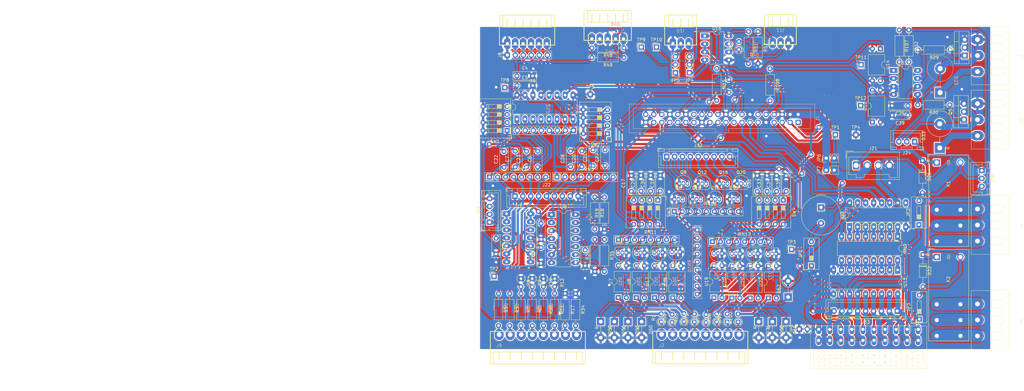
<source format=kicad_pcb>
(kicad_pcb
	(version 20240108)
	(generator "pcbnew")
	(generator_version "8.0")
	(general
		(thickness 1.6)
		(legacy_teardrops no)
	)
	(paper "A4")
	(layers
		(0 "F.Cu" signal)
		(1 "In1.Cu" signal)
		(2 "In2.Cu" signal)
		(31 "B.Cu" signal)
		(32 "B.Adhes" user "B.Adhesive")
		(33 "F.Adhes" user "F.Adhesive")
		(34 "B.Paste" user)
		(35 "F.Paste" user)
		(36 "B.SilkS" user "B.Silkscreen")
		(37 "F.SilkS" user "F.Silkscreen")
		(38 "B.Mask" user)
		(39 "F.Mask" user)
		(40 "Dwgs.User" user "User.Drawings")
		(41 "Cmts.User" user "User.Comments")
		(42 "Eco1.User" user "User.Eco1")
		(43 "Eco2.User" user "User.Eco2")
		(44 "Edge.Cuts" user)
		(45 "Margin" user)
		(46 "B.CrtYd" user "B.Courtyard")
		(47 "F.CrtYd" user "F.Courtyard")
		(48 "B.Fab" user)
		(49 "F.Fab" user)
		(50 "User.1" user)
		(51 "User.2" user)
		(52 "User.3" user)
		(53 "User.4" user)
		(54 "User.5" user)
		(55 "User.6" user)
		(56 "User.7" user)
		(57 "User.8" user)
		(58 "User.9" user)
	)
	(setup
		(stackup
			(layer "F.SilkS"
				(type "Top Silk Screen")
			)
			(layer "F.Paste"
				(type "Top Solder Paste")
			)
			(layer "F.Mask"
				(type "Top Solder Mask")
				(thickness 0.01)
			)
			(layer "F.Cu"
				(type "copper")
				(thickness 0.035)
			)
			(layer "dielectric 1"
				(type "prepreg")
				(thickness 0.1)
				(material "FR4")
				(epsilon_r 4.5)
				(loss_tangent 0.02)
			)
			(layer "In1.Cu"
				(type "copper")
				(thickness 0.035)
			)
			(layer "dielectric 2"
				(type "core")
				(thickness 1.24)
				(material "FR4")
				(epsilon_r 4.5)
				(loss_tangent 0.02)
			)
			(layer "In2.Cu"
				(type "copper")
				(thickness 0.035)
			)
			(layer "dielectric 3"
				(type "prepreg")
				(thickness 0.1)
				(material "FR4")
				(epsilon_r 4.5)
				(loss_tangent 0.02)
			)
			(layer "B.Cu"
				(type "copper")
				(thickness 0.035)
			)
			(layer "B.Mask"
				(type "Bottom Solder Mask")
				(thickness 0.01)
			)
			(layer "B.Paste"
				(type "Bottom Solder Paste")
			)
			(layer "B.SilkS"
				(type "Bottom Silk Screen")
				(color "Red")
			)
			(copper_finish "None")
			(dielectric_constraints no)
		)
		(pad_to_mask_clearance 0)
		(allow_soldermask_bridges_in_footprints no)
		(pcbplotparams
			(layerselection 0x00010fc_ffffffff)
			(plot_on_all_layers_selection 0x0000000_00000000)
			(disableapertmacros no)
			(usegerberextensions no)
			(usegerberattributes yes)
			(usegerberadvancedattributes yes)
			(creategerberjobfile yes)
			(dashed_line_dash_ratio 12.000000)
			(dashed_line_gap_ratio 3.000000)
			(svgprecision 4)
			(plotframeref no)
			(viasonmask no)
			(mode 1)
			(useauxorigin no)
			(hpglpennumber 1)
			(hpglpenspeed 20)
			(hpglpendiameter 15.000000)
			(pdf_front_fp_property_popups yes)
			(pdf_back_fp_property_popups yes)
			(dxfpolygonmode yes)
			(dxfimperialunits yes)
			(dxfusepcbnewfont yes)
			(psnegative no)
			(psa4output no)
			(plotreference yes)
			(plotvalue yes)
			(plotfptext yes)
			(plotinvisibletext no)
			(sketchpadsonfab no)
			(subtractmaskfromsilk no)
			(outputformat 1)
			(mirror no)
			(drillshape 1)
			(scaleselection 1)
			(outputdirectory "")
		)
	)
	(net 0 "")
	(net 1 "+5V")
	(net 2 "/Buzzer")
	(net 3 "GND")
	(net 4 "+3V3")
	(net 5 "/ADC_CH3")
	(net 6 "/ADC_CH1")
	(net 7 "+12V")
	(net 8 "/Dig-IN_1")
	(net 9 "-5V")
	(net 10 "/ADC_CH5")
	(net 11 "/ADC_CH6")
	(net 12 "/ADC_CH0")
	(net 13 "/ADC_CH2")
	(net 14 "/ADC_CH7")
	(net 15 "/ADC_CH4")
	(net 16 "/Dig-IN_2")
	(net 17 "/Dig-IN_3")
	(net 18 "/Dig-IN_4")
	(net 19 "/Dig-IN_5")
	(net 20 "/Dig-IN_6")
	(net 21 "/Dig-IN_7")
	(net 22 "/Dig-IN_8")
	(net 23 "OUT_Digital_1_open-drain")
	(net 24 "Net-(U3C-+)")
	(net 25 "Net-(U3D-+)")
	(net 26 "IN_Analog_6 (0-20mA)")
	(net 27 "IN_Analog_7 (0-20mA)")
	(net 28 "Net-(U9B-+)")
	(net 29 "/OUT_PWM_1_diode")
	(net 30 "/OUT_PWM_2_diode")
	(net 31 "Net-(U9A-+)")
	(net 32 "OUT_Digital_2_open-drain")
	(net 33 "OUT_Digital_3_open-drain")
	(net 34 "OUT_Digital_4_open-drain")
	(net 35 "OUT_Digital_5_open-drain")
	(net 36 "Net-(U3A-+)")
	(net 37 "I2C_SDA")
	(net 38 "RS485_B")
	(net 39 "RS485_A")
	(net 40 "Net-(D50-A1)")
	(net 41 "Net-(D51-A)")
	(net 42 "Net-(D53-A1)")
	(net 43 "Net-(D54-A)")
	(net 44 "Net-(D56-A1)")
	(net 45 "Net-(D57-A)")
	(net 46 "Net-(D59-A1)")
	(net 47 "Net-(D60-A)")
	(net 48 "Net-(D62-A1)")
	(net 49 "Net-(D63-A)")
	(net 50 "Net-(D65-A1)")
	(net 51 "Net-(D66-A)")
	(net 52 "Net-(D68-A1)")
	(net 53 "Net-(D69-A)")
	(net 54 "Net-(D71-A1)")
	(net 55 "Net-(D72-A)")
	(net 56 "unconnected-(J1-ID_SD{slash}GPIO0-Pad27)")
	(net 57 "/SPI_CE0_ADC")
	(net 58 "Net-(J1-3V3-Pad1)")
	(net 59 "/SPI0_miso_ADC")
	(net 60 "/UART_DIR-T")
	(net 61 "/SPI0_mosi_ADC")
	(net 62 "/SPI0_sclk_ADC")
	(net 63 "/UART_TX")
	(net 64 "/SPI1_miso_FREE")
	(net 65 "/SR-OUT_latch")
	(net 66 "/SPI1_mosi_FREE")
	(net 67 "/SR-OUT_clock")
	(net 68 "/SR-OUT_data")
	(net 69 "unconnected-(J1-ID_SC{slash}GPIO1-Pad28)")
	(net 70 "/SPI1_CE_FREE")
	(net 71 "/UART_RX")
	(net 72 "/OUT_PWM_2")
	(net 73 "/SPI1_sclk_FREE")
	(net 74 "/OUT_PWM_1")
	(net 75 "IN_Digital_8")
	(net 76 "IN_Digital_5")
	(net 77 "IN_Digital_2")
	(net 78 "IN_Digital_3")
	(net 79 "IN_Digital_4")
	(net 80 "IN_Digital_6")
	(net 81 "IN_Digital_7")
	(net 82 "IN_Digital_1")
	(net 83 "OUT_Digital_8")
	(net 84 "OUT_Digital_7_open-drain")
	(net 85 "OUT_Digital_2")
	(net 86 "OUT_Digital_4")
	(net 87 "OUT_Digital_5")
	(net 88 "OUT_Digital_6")
	(net 89 "OUT_Digital_3")
	(net 90 "OUT_Digital_7")
	(net 91 "OUT_Digital_8_open-drain")
	(net 92 "OUT_Digital_1")
	(net 93 "OUT_Digital_6_open-drain")
	(net 94 "Net-(J4-Pin_1)")
	(net 95 "Net-(J4-Pin_2)")
	(net 96 "Net-(J4-Pin_3)")
	(net 97 "OUT_Digital_COM_open-drain")
	(net 98 "Net-(J6-Pin_1)")
	(net 99 "Net-(J6-Pin_3)")
	(net 100 "Net-(J6-Pin_2)")
	(net 101 "IN_Analog_1 (0-3.3V)")
	(net 102 "IN_Analog_5 (0-24V)")
	(net 103 "IN_Analog_4 (0-12V)")
	(net 104 "IN_Analog_2 (0-5V)")
	(net 105 "IN_Analog_0 (0-3.3V)")
	(net 106 "IN_Analog_3 (0-5V)")
	(net 107 "Net-(Q1-G)")
	(net 108 "Net-(Q2-G)")
	(net 109 "Net-(Q2-D)")
	(net 110 "Net-(Q5-G)")
	(net 111 "Net-(C17-Pad1)")
	(net 112 "Net-(Q7-G)")
	(net 113 "Net-(Q7-D)")
	(net 114 "Net-(C29-Pad1)")
	(net 115 "Net-(Q9-G)")
	(net 116 "Net-(C30-Pad1)")
	(net 117 "Net-(Q10-G)")
	(net 118 "Net-(Q11-D)")
	(net 119 "Net-(Q11-G)")
	(net 120 "Net-(C31-Pad1)")
	(net 121 "Net-(Q13-G)")
	(net 122 "Net-(Q13-D)")
	(net 123 "Net-(C32-Pad1)")
	(net 124 "Net-(Q15-D)")
	(net 125 "Net-(Q15-G)")
	(net 126 "Net-(C33-Pad1)")
	(net 127 "Net-(Q17-G)")
	(net 128 "Net-(Q17-D)")
	(net 129 "Net-(C34-Pad1)")
	(net 130 "Net-(Q19-D)")
	(net 131 "Net-(Q19-G)")
	(net 132 "Net-(C35-Pad1)")
	(net 133 "Net-(U9C--)")
	(net 134 "Net-(U12-~{OUTA})")
	(net 135 "Net-(U12-~{OUTB})")
	(net 136 "Net-(U12-INB)")
	(net 137 "Net-(R33-Pad1)")
	(net 138 "Net-(U9D--)")
	(net 139 "Net-(U12-INA)")
	(net 140 "Net-(R108-Pad1)")
	(net 141 "unconnected-(U2-QH'-Pad9)")
	(net 142 "unconnected-(U12-NC-Pad8)")
	(net 143 "unconnected-(U12-NC-Pad1)")
	(net 144 "Net-(U3B-+)")
	(net 145 "/LED_analog-CH6")
	(net 146 "/LED_analog-CH2")
	(net 147 "/LED_analog-CH7")
	(net 148 "/LED_analog-CH5")
	(net 149 "/LED_analog-CH0")
	(net 150 "/LED_analog-CH1")
	(net 151 "/LED_analog-CH3")
	(net 152 "/LED_analog-CH4")
	(net 153 "/LED_digital-out_2")
	(net 154 "/LED_digital-out_8")
	(net 155 "/LED_digital-out_6")
	(net 156 "/LED_digital-out_5")
	(net 157 "/LED_digital-out_4")
	(net 158 "/LED_digital-out_7")
	(net 159 "/LED_digital-out_1")
	(net 160 "/LED_digital-out_3")
	(net 161 "/LED_relay-1")
	(net 162 "/LED_PWM-1")
	(net 163 "/LED_PWM-2")
	(net 164 "/LED_relay-2")
	(net 165 "Net-(RN9-R2.2)")
	(net 166 "Net-(RN9-R8.2)")
	(net 167 "Net-(RN9-R7.2)")
	(net 168 "Net-(RN9-R5.2)")
	(net 169 "Net-(RN9-R1.2)")
	(net 170 "Net-(RN9-R6.2)")
	(net 171 "Net-(RN9-R3.2)")
	(net 172 "Net-(RN9-R4.2)")
	(net 173 "/DIP_EN-Filter-ADC3")
	(net 174 "/DIP_EN-Filter-ADC1")
	(net 175 "/DIP_EN-Filter-ADC5")
	(net 176 "/DIP_EN-Filter-ADC6")
	(net 177 "/DIP_EN-Filter-ADC0")
	(net 178 "/DIP_EN-Filter-ADC2")
	(net 179 "/DIP_EN-Filter-ADC7")
	(net 180 "/DIP_EN-Filter-ADC4")
	(net 181 "unconnected-(J19-Pin_4-Pad4)")
	(net 182 "unconnected-(J19-Pin_5-Pad5)")
	(net 183 "I2C_SCL")
	(net 184 "Net-(J10-Pin_2)")
	(net 185 "Net-(J10-Pin_1)")
	(net 186 "Net-(JP4-A)")
	(net 187 "Net-(JP5-A)")
	(net 188 "Net-(JP6-A)")
	(net 189 "+5VP")
	(net 190 "+3V3P")
	(footprint "Connector_JST:JST_XH_B9B-XH-A_1x09_P2.50mm_Vertical" (layer "F.Cu") (at 95.799 68.65615))
	(footprint "Resistor_THT:R_Axial_DIN0207_L6.3mm_D2.5mm_P2.54mm_Vertical" (layer "F.Cu") (at 118.646 34.699 90))
	(footprint "Button_Switch_THT:SW_DIP_SPSTx04_Slide_9.78x12.34mm_W7.62mm_P2.54mm" (layer "F.Cu") (at 45.2845 60.36 180))
	(footprint "Package_TO_SOT_THT:TO-92_Inline" (layer "F.Cu") (at 98.2585 82.18205))
	(footprint "Package_DIP:DIP-4_W10.16mm" (layer "F.Cu") (at 160.932 57.706 90))
	(footprint "Button_Switch_THT:SW_DIP_SPSTx01_Slide_9.78x4.72mm_W7.62mm_P2.54mm" (layer "F.Cu") (at 141.633 103.2365 90))
	(footprint "Relay_THT:Relay_SPDT_Omron_G2RL-1-E" (layer "F.Cu") (at 181.317 70.493))
	(footprint "Resistor_THT:R_Axial_DIN0207_L6.3mm_D2.5mm_P10.16mm_Horizontal" (layer "F.Cu") (at 66.957 112.0587 -90))
	(footprint "Package_DIP:DIP-8_W7.62mm_LongPads" (layer "F.Cu") (at 107.851 30.381))
	(footprint "Diode_THT:D_DO-15_P5.08mm_Vertical_KathodeUp" (layer "F.Cu") (at 74.9172 120.9522 -90))
	(footprint "custom-footprints1:WAGO 713-1430 MINI HD Stiftleiste gewinkelt 2x10-polig, RM 3,5" (layer "F.Cu") (at 159.695 127.901))
	(footprint "Resistor_THT:R_Array_SIP8" (layer "F.Cu") (at 80.536 95.01305))
	(footprint "Resistor_THT:R_Axial_DIN0207_L6.3mm_D2.5mm_P10.16mm_Horizontal" (layer "F.Cu") (at 60.353 112.0587 -90))
	(footprint "Capacitor_THT:C_Disc_D7.0mm_W2.5mm_P5.00mm" (layer "F.Cu") (at 41.811 94.516 -90))
	(footprint "Package_DIP:DIP-4_W10.16mm" (layer "F.Cu") (at 86.2052 113.37185 90))
	(footprint "Capacitor_THT:C_Disc_D7.0mm_W2.5mm_P5.00mm" (layer "F.Cu") (at 47.867 71.899685 90))
	(footprint "Capacitor_THT:C_Disc_D7.0mm_W2.5mm_P5.00mm" (layer "F.Cu") (at 124.5062 79.66335 90))
	(footprint "Capacitor_THT:C_Disc_D7.0mm_W2.5mm_P5.00mm" (layer "F.Cu") (at 93.7722 79.58085 90))
	(footprint "Capacitor_THT:C_Disc_D7.0mm_W2.5mm_P5.00mm" (layer "F.Cu") (at 87.6762 79.58085 90))
	(footprint "Resistor_THT:R_Axial_DIN0207_L6.3mm_D2.5mm_P2.54mm_Vertical" (layer "F.Cu") (at 108.2574 121.2404 90))
	(footprint "Package_DIP:DIP-4_W10.16mm" (layer "F.Cu") (at 116.4412 113.47785 90))
	(footprint "Capacitor_THT:C_Disc_D7.0mm_W2.5mm_P5.00mm" (layer "F.Cu") (at 68.949 71.842 90))
	(footprint "Connector_Wago:Wago_734-134_1x04_P3.50mm_Vertical" (layer "F.Cu") (at 155.791 71.429))
	(footprint "Package_TO_SOT_THT:TO-92_Inline" (layer "F.Cu") (at 100.0278 98.84405 180))
	(footprint "Connector_JST:JST_XH_B4B-XH-A_1x04_P2.50mm_Vertical" (layer "F.Cu") (at 39.762 89.436 90))
	(footprint "Resistor_THT:R_Axial_DIN0207_L6.3mm_D2.5mm_P2.54mm_Vertical" (layer "F.Cu") (at 114.963 121.059 90))
	(footprint "Resistor_THT:R_Axial_DIN0207_L6.3mm_D2.5mm_P10.16mm_Horizontal"
		(layer "F.Cu")
		(uuid "222c1de0-fddd-43f8-a523-fffa640bfc20")
		(at 185.448 52.225 180)
		(descr "Resistor, Axial_DIN0207 series, Axial, Horizontal, pin pitch=10.16mm, 0.25W = 1/4W, length*diameter=6.3*2.5mm^2, http://cdn-reichelt.de/documents/datenblatt/B400/1_4W%23YAG.pdf")
		(tags "Resistor Axial_DIN0207 series Axial Horizontal pin pitch 10.16mm 0.25W = 1/4W length 6.3mm diameter 2.5mm")
		(property "Reference" "R30"
			(at 5.08 -2.37 0)
			(layer "F.SilkS")
			(uuid "953377ce-224b-4fb0-af71-5256d1b39564")
			(effects
				(font
					(size 1 1)
					(thickness 0.15)
				)
			)
		)
		(property "Value" "10"
			(at 5.08 2.37 0)
			(layer "F.Fab")
			(uuid "bb5457e6-051d-4a72-9d90-0e4b062f29c0")
			(effects
				(font
					(size 1 1)
					(thickness 0.15)
				)
			)
		)
		(property "Footprint" "Resistor_THT:R_Axial_DIN0207_L6.3mm_D2.5mm_P10.16mm_Horizontal"
			(at 0 0 180)
			(unlocked yes)
			(layer "F.Fab")
			(hide yes)
			(uuid "d97dbcfb-a7fe-4245-8b05-7bf18a6d1120")
			(effects
				(font
					(size 1.27 1.27)
					(thickness 0.15)
				)
			)
		)
		(property "Datasheet" "sortiment"
			(at 0 0 180)
			(unlocked yes)
			(layer "F.Fab")
			(hide yes)
			(uuid "0c4df4b1-d719-4ec3-958e-322e5de3201a")
			(effects
				(font
					(size 1.27 1.27)
					(thickness 0.15)
				)
			)
		)
		(property "Description" "Resistor"
			(at 0 0 180)
			(unlocked yes)
			(layer "F.Fab")
			(hide yes)
			(uuid "93286566-3468-4482-b637-364e8d027ee2")
			(effects
				(font
					(size 1.27 1.27)
					(thickness 0.15)
				)
			)
		)
		(property ki_fp_filters "R_*")
		(path "/2608f1da-e998-4319-8470-c33e78a12075")
		(sheetname "Root")
		(sheetfile "pi-interface-board_v1.0.kicad_sch")
		(attr through_hole)
		(fp_line
			(start 9.12 0)
			(end 8.35 0)
			(stroke
				(width 0.12)
				(type solid)
			)
			(layer "F.SilkS")
			(uuid "8f0e0e9f-7b10-45b7-be56-f0ffde8950c4")
		)
		(fp_line
			(start 8.35 1.37)
			(end 8.35 -1.37)
			(stroke
				(width 0.12)
				(type solid)
			)
			(layer "F.SilkS")
			(uuid "504c28aa-c546-46ab-b64e-6d870ed97d97")
		)
		(fp_line
			(start 8.35 -1.37)
			(end 1.81 -1.37)
			(stroke
				(width 0.12)
				(type solid)
			)
			(layer "F.SilkS")
			(uuid "8578f274-8f9d-4e37-9b1e-0939e986b4b6")
		)
		(fp_line
			(start 1.81 1.37)
			(end 8.35 1.37)
			(stroke
				(width 0.12)
				(type solid)
			)
			(layer "F.SilkS")
			(uuid "1b34e260-7710-4160-b17e-790c31cdca06")
		)
		(fp_line
			(start 1.81 -1.37)
			(end 1.81 1.37)
			(stroke
				(width 0.12)
				(type solid)
			)
			(layer "F.SilkS")
			(uuid "b07838af-1340-4ffb-bea3-897f895e974f")
		)
		(fp_line
			(start 1.04 0)
			(end 1.81 0)
			(stroke
				(width 0.12)
				(type solid)
			)
			(layer "F.SilkS")
			(uuid "1ba3c6ac-3471-4c7b-9c09-986a0aed0423")
		)
		(fp_line
			(start 11.21 1.5)
			(end 11.21 -1.5)
			(stroke
				(width 0.05)
				(type solid)
			)
			(layer "F.CrtYd")
			(uuid "5c31708a-eee2-486a-a0b2-c0b927c4e07f")
		)
		(fp_line
			(start 11.21 -1.5)
			(end -1.05 -1.5)
			(stroke
				(width 0.05)
				(type solid)
			)
			(layer "F.CrtYd")
			(uuid "6665b15b-1261-4f82-b024-86efbcd8211d")
		)
		(fp_line
			(start -1.05 1.5)
			(end 11.21 1.5)
			(stroke
				(width 0.05)
				(type solid)
			)
			(layer "F.CrtYd")
			(uuid "59fe8984-4340-41e6-b96a-2ab06d42fc97")
		)
		(fp_line
			(start -1.05 -1.5)
			(end -1.05 1.5)
			(stroke
				(width 0.05)
				(type solid)
			)
			(layer "F.CrtYd")
			(uuid "617be60b-4b96-4d0c-a120-b908a62539d8")
		)
		(fp_line
			(start 10.16 0)
			(end 8.23 0)
			(stroke
				(width 0.1)
				(type solid)
			)
			(layer "F.Fab")
			(uuid "f2dad8a9-afaa-4cd2-ae4c-b1731e1a1031")
		)
		(fp_line
			(start 8.23 1.25)
			(end 8.23 -1.25)
			(stroke
				(width 0.1)
				(type solid)
			)
			(layer "F.Fab")
			(uuid "3a93d678-7ce3-465b-89e1-af477d53b728")
		)
		(fp_line
			(start 8.23 -1.25)
			(end 1.93 -1.25)
			(stroke
				(width 0.1)
				(type solid)
			)
			(layer "F.Fab")
			(uuid "edc91767-15d0-4483-809c-b2ac1e96e158")
		)
		(fp_line
			(start 1.93 1.25)
			(end 8.23 1.25)
			(stroke
				(width 0.1)
				(type solid)
			)
			(layer "F.Fab")
			(uuid "3b14f32c-8220-424a-abdc-46e29ab1d5bf")
		)
		(fp_line
			(start 1.93 -1.25)
			(end 1.93 1.25)
			(stroke
				(width 0.1)
				(type solid)
			)
			(layer "F.Fab")
			(uuid "cd9d942d-bdc4-412f-8bbe-6f8dec97ad83")
		)
		(fp_line
			(start 0 0)
			(end 1.93 0)
			(stroke
				(width 0.1)
				(type solid)
			)
			(layer "F.Fab")
			(uuid "ea96ff43-580a-45b9-8780-4f059619103e")
		)
		(fp_text user "${REFERENCE}"
			(at 5.08 0 0)
			(layer "F.Fab")
			(uuid "99c5e97a-84b3-40f7-b95f-e5f94db4a6ea")
			(effects
				(font
					(size 1 1)
					(thickness 0.15)
				)
			)
		)
		(pad "1" thru_hole circle
... [2904081 chars truncated]
</source>
